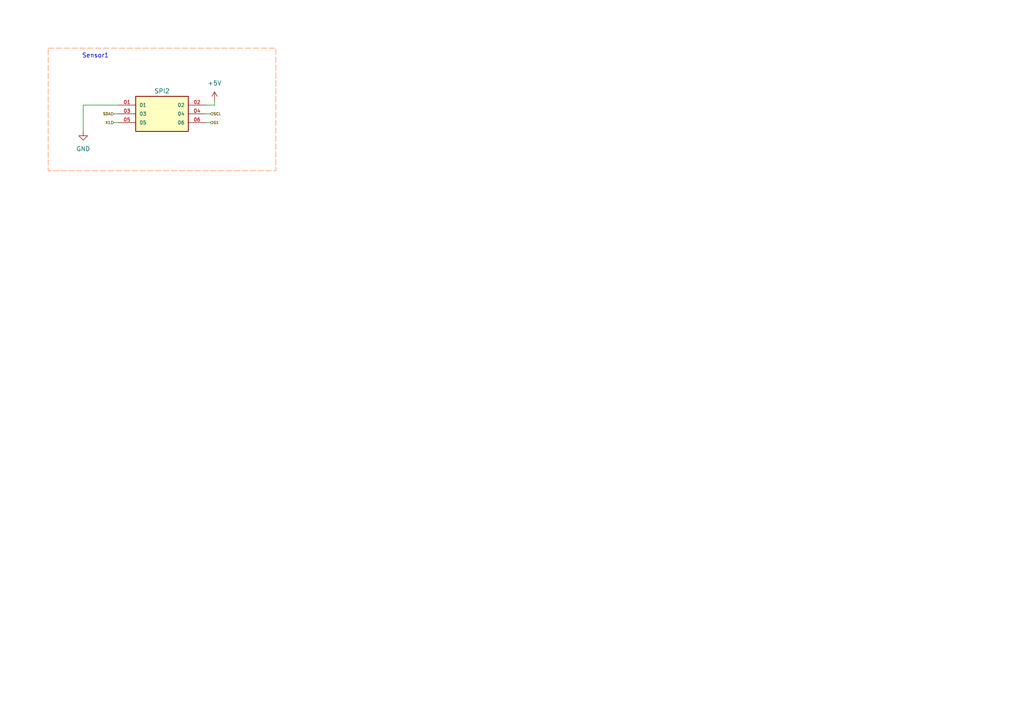
<source format=kicad_sch>
(kicad_sch (version 20231120) (generator "eeschema") (generator_version "8.0")
  (paper "A4")
  (lib_symbols
    (symbol "MTSW-103-23-F-D-230:MTSW-103-23-F-D-230" (pin_names (offset 1.016))
      (property "Reference" "J" (at -8.12 5.08 0))
      (property "Value" "MTSW-103-23-F-D-230" (at -7.62 -7.62 0))
      (symbol "MTSW-103-23-F-D-230_0_0"
        (rectangle (start -7.62 -5.08) (end 7.62 5.08) (stroke (width 0.254)) (fill (type background)))
        (pin passive line (at -12.7 2.54 0) (length 5.08) (name "01") (number "01"))
        (pin passive line (at 12.7 2.54 180) (length 5.08) (name "02") (number "02"))
        (pin passive line (at -12.7 0 0) (length 5.08) (name "03") (number "03"))
        (pin passive line (at 12.7 0 180) (length 5.08) (name "04") (number "04"))
        (pin passive line (at -12.7 -2.54 0) (length 5.08) (name "05") (number "05"))
        (pin passive line (at 12.7 -2.54 180) (length 5.08) (name "06") (number "06"))
      )
    )
    (symbol "power:+5V" (power) (pin_numbers hide) (pin_names (offset 0) hide)
      (property "Value" "+5V" (at 0 3.556 0))
      (symbol "+5V_0_1"
        (polyline (pts (xy -0.762 1.27) (xy 0 2.54)))
        (polyline (pts (xy 0 0) (xy 0 2.54)))
        (polyline (pts (xy 0 2.54) (xy 0.762 1.27)))
      )
      (symbol "+5V_1_1"
        (pin power_in line (at 0 0 90) (length 0) (name "~") (number "1"))
      )
    )
    (symbol "power:GND" (power) (pin_numbers hide) (pin_names (offset 0) hide)
      (property "Value" "GND" (at 0 -3.81 0))
      (symbol "GND_0_1"
        (polyline (pts (xy 0 0) (xy 0 -1.27) (xy 1.27 -1.27) (xy 0 -2.54) (xy -1.27 -1.27) (xy 0 -1.27)))
      )
      (symbol "GND_1_1"
        (pin power_in line (at 0 0 270) (length 0) (name "~") (number "1"))
      )
    )
  )
  (wire (pts (xy 59.69 35.56) (xy 60.96 35.56)))
  (wire (pts (xy 59.69 33.02) (xy 60.96 33.02)))
  (wire (pts (xy 62.23 29.21) (xy 62.23 30.48)))
  (wire (pts (xy 59.69 30.48) (xy 62.23 30.48)))
  (wire (pts (xy 33.02 33.02) (xy 34.29 33.02)))
  (wire (pts (xy 24.13 30.48) (xy 34.29 30.48)))
  (wire (pts (xy 33.02 35.56) (xy 34.29 35.56)))
  (wire (pts (xy 24.13 38.1) (xy 24.13 30.48)))
  (rectangle (start 13.97 13.97) (end 80.01 49.53) (stroke (width 0) (type dash) (color 255 133 81 1)))
  (text "Sensor1\n" (at 27.686 16.256 0) (effects (font (size 1.27 1.27))))
  (hierarchical_label "SDA" (shape input) (at 33.02 33.02 180) (effects (font (size 0.762 0.762))))
  (hierarchical_label "SCL" (shape input) (at 60.96 33.02 0) (effects (font (size 0.762 0.762))))
  (hierarchical_label "G1" (shape input) (at 60.96 35.56 0) (effects (font (size 0.762 0.762))))
  (hierarchical_label "X1" (shape input) (at 33.02 35.56 180) (effects (font (size 0.762 0.762))))
  (symbol (lib_id "power:+5V") (at 62.23 29.21 0) (unit 1)
    (property "Reference" "#PWR06" (effects (hide yes)))
    (property "Value" "+5V" (at 62.23 24.13 0))
    (property "Description" "Power symbol creates a global label with name \"+5V\"" (effects (hide yes)))
  )
  (symbol (lib_id "power:GND") (at 24.13 38.1 0) (unit 1)
    (property "Reference" "#PWR07" (effects (hide yes)))
    (property "Value" "GND" (at 24.13 43.18 0))
    (property "Description" "Power symbol creates a global label with name \"GND\" , ground" (effects (hide yes)))
  )
  (symbol (lib_id "MTSW-103-23-F-D-230:MTSW-103-23-F-D-230") (at 46.99 33.02 0) (unit 1)
    (property "Reference" "SPI2" (at 46.99 26.416 0))
    (property "Value" "MTSW-103-23-F-D-230" (effects (hide yes)))
    (property "Footprint" "MTSW-103-23-F-D-230:SAMTEC_MTSW-103-23-F-D-230" (effects (hide yes)))
    (property "MF" "Samtec" (effects (hide yes)))
    (property "Description_1" "\nCONN HEADER VERT 6POS 2.54MM\n" (effects (hide yes)))
    (property "Package" "None" (effects (hide yes)))
    (property "Price" "None" (effects (hide yes)))
    (property "Check_prices" "https://www.snapeda.com/parts/MTSW-103-23-F-D-230/Samtec/view-part/?ref=eda" (effects (hide yes)))
    (property "STANDARD" "Manufacturer Recommendations" (effects (hide yes)))
    (property "PARTREV" "R" (effects (hide yes)))
    (property "SnapEDA_Link" "https://www.snapeda.com/parts/MTSW-103-23-F-D-230/Samtec/view-part/?ref=snap" (effects (hide yes)))
    (property "MP" "MTSW-103-23-F-D-230" (effects (hide yes)))
    (property "Availability" "In Stock" (effects (hide yes)))
    (property "MANUFACTURER" "Samtec" (effects (hide yes)))
  )
)
</source>
